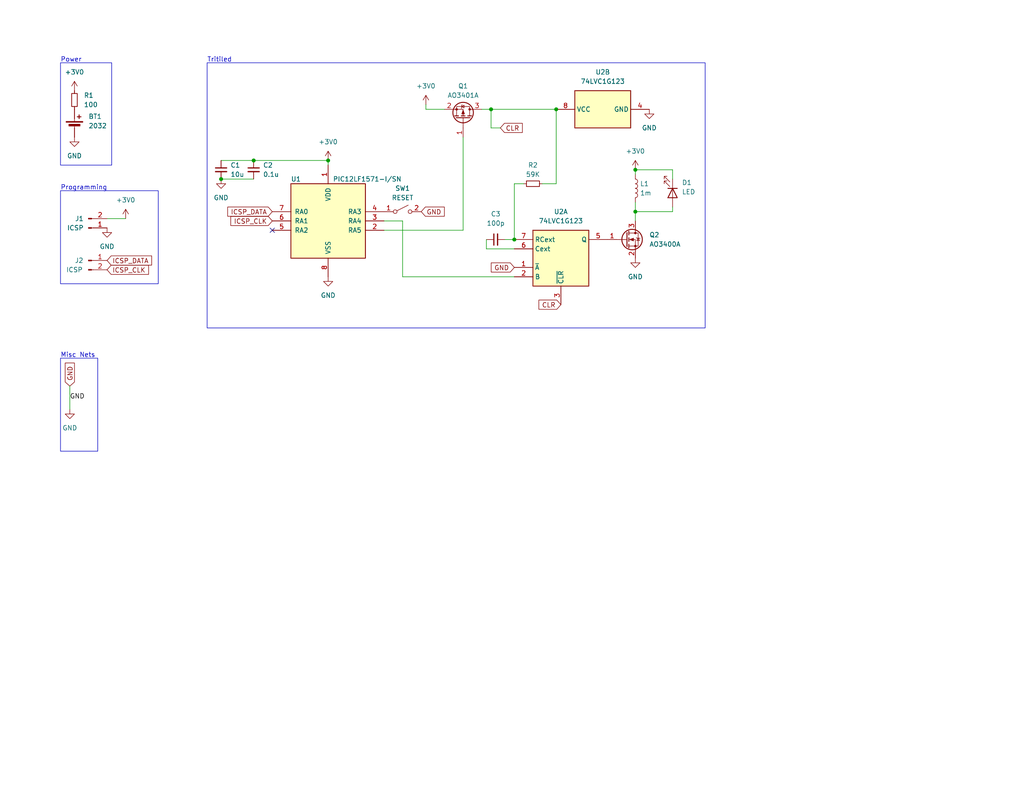
<source format=kicad_sch>
(kicad_sch (version 20230121) (generator eeschema)
  (paper "USLetter")
  (title_block (title "KITRITILED") (comment 1 "https://github.com/tedyapo/tritiled") (comment 2 "Based on Ted Yapo's Tritiled"))
  (lib_symbols
    (symbol "74xGxx:74LVC1G123"
      (property "Reference" "U" (at -5.08 8.89 0))
      (property "Value" "74LVC1G123" (at 3.81 8.89 0))
      (symbol "74LVC1G123_1_1"
        (rectangle (start -7.62 7.62) (end 7.62 -7.62) (stroke (width 0.254)) (fill (type background)))
        (pin input line (at -12.7 -2.54 0) (length 5.08) (name "~{A}") (number "1"))
        (pin input line (at -12.7 -5.08 0) (length 5.08) (name "B") (number "2"))
        (pin input line (at 0 -12.7 90) (length 5.08) (name "~{CLR}") (number "3"))
        (pin output line (at 12.7 5.08 180) (length 5.08) (name "Q") (number "5"))
        (pin input line (at -12.7 2.54 0) (length 5.08) (name "Cext") (number "6"))
        (pin input line (at -12.7 5.08 0) (length 5.08) (name "RCext") (number "7"))
      )
      (symbol "74LVC1G123_2_1"
        (rectangle (start -5.08 7.62) (end 5.08 -7.62) (stroke (width 0.254)) (fill (type background)))
        (pin power_in line (at 0 -12.7 90) (length 5.08) (name "GND") (number "4"))
        (pin power_in line (at 0 12.7 270) (length 5.08) (name "VCC") (number "8"))
      )
    )
    (symbol "Connector:Conn_01x02_Pin" (pin_names (offset 1.016) hide)
      (property "Reference" "J" (at 0 2.54 0))
      (property "Value" "Conn_01x02_Pin" (at 0 -5.08 0))
      (symbol "Conn_01x02_Pin_1_1"
        (polyline (pts (xy 1.27 -2.54) (xy 0.8636 -2.54)) (stroke (width 0.1524)))
        (polyline (pts (xy 1.27 0) (xy 0.8636 0)) (stroke (width 0.1524)))
        (rectangle (start 0.8636 -2.413) (end 0 -2.667) (stroke (width 0.1524)) (fill (type outline)))
        (rectangle (start 0.8636 0.127) (end 0 -0.127) (stroke (width 0.1524)) (fill (type outline)))
        (pin passive line (at 5.08 0 180) (length 3.81) (name "Pin_1") (number "1"))
        (pin passive line (at 5.08 -2.54 180) (length 3.81) (name "Pin_2") (number "2"))
      )
    )
    (symbol "Device:Battery_Cell" (pin_numbers hide) (pin_names (offset 0) hide)
      (property "Reference" "BT" (at 2.54 2.54 0))
      (property "Value" "Battery_Cell" (at 2.54 0 0))
      (symbol "Battery_Cell_0_1"
        (rectangle (start -2.286 1.778) (end 2.286 1.524) (fill (type outline)))
        (rectangle (start -1.524 1.016) (end 1.524 0.508) (fill (type outline)))
        (polyline (pts (xy 0 0.762) (xy 0 0)))
        (polyline (pts (xy 0 1.778) (xy 0 2.54)))
        (polyline (pts (xy 0.762 3.048) (xy 1.778 3.048)) (stroke (width 0.254)))
        (polyline (pts (xy 1.27 3.556) (xy 1.27 2.54)) (stroke (width 0.254)))
      )
      (symbol "Battery_Cell_1_1"
        (pin passive line (at 0 5.08 270) (length 2.54) (name "+") (number "1"))
        (pin passive line (at 0 -2.54 90) (length 2.54) (name "-") (number "2"))
      )
    )
    (symbol "Device:C_Small" (pin_numbers hide) (pin_names (offset 0.254) hide)
      (property "Reference" "C" (at 0.254 1.778 0))
      (property "Value" "C_Small" (at 0.254 -2.032 0))
      (symbol "C_Small_0_1"
        (polyline (pts (xy -1.524 -0.508) (xy 1.524 -0.508)) (stroke (width 0.3302)))
        (polyline (pts (xy -1.524 0.508) (xy 1.524 0.508)) (stroke (width 0.3048)))
      )
      (symbol "C_Small_1_1"
        (pin passive line (at 0 2.54 270) (length 2.032) (name "~") (number "1"))
        (pin passive line (at 0 -2.54 90) (length 2.032) (name "~") (number "2"))
      )
    )
    (symbol "Device:L" (pin_numbers hide) (pin_names (offset 1.016) hide)
      (property "Reference" "L" (at -1.27 0 90))
      (property "Value" "L" (at 1.905 0 90))
      (symbol "L_0_1"
        (arc (start 0 -2.54) (mid 0.6323 -1.905) (end 0 -1.27))
        (arc (start 0 -1.27) (mid 0.6323 -0.635) (end 0 0))
        (arc (start 0 0) (mid 0.6323 0.635) (end 0 1.27))
        (arc (start 0 1.27) (mid 0.6323 1.905) (end 0 2.54))
      )
      (symbol "L_1_1"
        (pin passive line (at 0 3.81 270) (length 1.27) (name "1") (number "1"))
        (pin passive line (at 0 -3.81 90) (length 1.27) (name "2") (number "2"))
      )
    )
    (symbol "Device:LED" (pin_numbers hide) (pin_names (offset 1.016) hide)
      (property "Reference" "D" (at 0 2.54 0))
      (property "Value" "LED" (at 0 -2.54 0))
      (symbol "LED_0_1"
        (polyline (pts (xy -1.27 -1.27) (xy -1.27 1.27)) (stroke (width 0.254)))
        (polyline (pts (xy -1.27 0) (xy 1.27 0)))
        (polyline (pts (xy 1.27 -1.27) (xy 1.27 1.27) (xy -1.27 0) (xy 1.27 -1.27)) (stroke (width 0.254)))
        (polyline (pts (xy -3.048 -0.762) (xy -4.572 -2.286) (xy -3.81 -2.286) (xy -4.572 -2.286) (xy -4.572 -1.524)))
        (polyline (pts (xy -1.778 -0.762) (xy -3.302 -2.286) (xy -2.54 -2.286) (xy -3.302 -2.286) (xy -3.302 -1.524)))
      )
      (symbol "LED_1_1"
        (pin passive line (at -3.81 0 0) (length 2.54) (name "K") (number "1"))
        (pin passive line (at 3.81 0 180) (length 2.54) (name "A") (number "2"))
      )
    )
    (symbol "Device:R_Small" (pin_numbers hide) (pin_names (offset 0.254) hide)
      (property "Reference" "R" (at 0.762 0.508 0))
      (property "Value" "R_Small" (at 0.762 -1.016 0))
      (symbol "R_Small_0_1"
        (rectangle (start -0.762 1.778) (end 0.762 -1.778) (stroke (width 0.2032)))
      )
      (symbol "R_Small_1_1"
        (pin passive line (at 0 2.54 270) (length 0.762) (name "~") (number "1"))
        (pin passive line (at 0 -2.54 90) (length 0.762) (name "~") (number "2"))
      )
    )
    (symbol "MCU_Microchip_PIC12:PIC12LF1501-IMS" (pin_names (offset 1.016))
      (property "Reference" "U" (at 1.27 13.97 0))
      (property "Value" "PIC12LF1501-IMS" (at 1.27 11.43 0))
      (symbol "PIC12LF1501-IMS_0_1"
        (rectangle (start 10.16 -10.16) (end -10.16 10.16) (stroke (width 0.254)) (fill (type background)))
      )
      (symbol "PIC12LF1501-IMS_1_1"
        (pin power_in line (at 0 15.24 270) (length 5.08) (name "VDD") (number "1"))
        (pin bidirectional line (at 15.24 -2.54 180) (length 5.08) (name "RA5") (number "2"))
        (pin bidirectional line (at 15.24 0 180) (length 5.08) (name "RA4") (number "3"))
        (pin input line (at 15.24 2.54 180) (length 5.08) (name "RA3") (number "4"))
        (pin bidirectional line (at -15.24 -2.54 0) (length 5.08) (name "RA2") (number "5"))
        (pin bidirectional line (at -15.24 0 0) (length 5.08) (name "RA1") (number "6"))
        (pin bidirectional line (at -15.24 2.54 0) (length 5.08) (name "RA0") (number "7"))
        (pin power_in line (at 0 -15.24 90) (length 5.08) (name "VSS") (number "8"))
      )
    )
    (symbol "Switch:SW_SPST" (pin_names (offset 0) hide)
      (property "Reference" "SW" (at 0 3.175 0))
      (property "Value" "SW_SPST" (at 0 -2.54 0))
      (symbol "SW_SPST_0_0"
        (circle (center -2.032 0) (radius 0.508))
        (polyline (pts (xy -1.524 0.254) (xy 1.524 1.778)))
        (circle (center 2.032 0) (radius 0.508))
      )
      (symbol "SW_SPST_1_1"
        (pin passive line (at -5.08 0 0) (length 2.54) (name "A") (number "1"))
        (pin passive line (at 5.08 0 180) (length 2.54) (name "B") (number "2"))
      )
    )
    (symbol "Transistor_FET:AO3400A" (pin_names hide)
      (property "Reference" "Q" (at 5.08 1.905 0))
      (property "Value" "AO3400A" (at 5.08 0 0))
      (symbol "AO3400A_0_1"
        (polyline (pts (xy 0.254 0) (xy -2.54 0)))
        (polyline (pts (xy 0.254 1.905) (xy 0.254 -1.905)) (stroke (width 0.254)))
        (polyline (pts (xy 0.762 -1.27) (xy 0.762 -2.286)) (stroke (width 0.254)))
        (polyline (pts (xy 0.762 0.508) (xy 0.762 -0.508)) (stroke (width 0.254)))
        (polyline (pts (xy 0.762 2.286) (xy 0.762 1.27)) (stroke (width 0.254)))
        (polyline (pts (xy 2.54 2.54) (xy 2.54 1.778)))
        (polyline (pts (xy 2.54 -2.54) (xy 2.54 0) (xy 0.762 0)))
        (polyline (pts (xy 0.762 -1.778) (xy 3.302 -1.778) (xy 3.302 1.778) (xy 0.762 1.778)))
        (polyline (pts (xy 1.016 0) (xy 2.032 0.381) (xy 2.032 -0.381) (xy 1.016 0)) (fill (type outline)))
        (polyline (pts (xy 2.794 0.508) (xy 2.921 0.381) (xy 3.683 0.381) (xy 3.81 0.254)))
        (polyline (pts (xy 3.302 0.381) (xy 2.921 -0.254) (xy 3.683 -0.254) (xy 3.302 0.381)))
        (circle (center 1.651 0) (radius 2.794) (stroke (width 0.254)))
        (circle (center 2.54 -1.778) (radius 0.254) (fill (type outline)))
        (circle (center 2.54 1.778) (radius 0.254) (fill (type outline)))
      )
      (symbol "AO3400A_1_1"
        (pin input line (at -5.08 0 0) (length 2.54) (name "G") (number "1"))
        (pin passive line (at 2.54 -5.08 90) (length 2.54) (name "S") (number "2"))
        (pin passive line (at 2.54 5.08 270) (length 2.54) (name "D") (number "3"))
      )
    )
    (symbol "Transistor_FET:AO3401A" (pin_names hide)
      (property "Reference" "Q" (at 5.08 1.905 0))
      (property "Value" "AO3401A" (at 5.08 0 0))
      (symbol "AO3401A_0_1"
        (polyline (pts (xy 0.254 0) (xy -2.54 0)))
        (polyline (pts (xy 0.254 1.905) (xy 0.254 -1.905)) (stroke (width 0.254)))
        (polyline (pts (xy 0.762 -1.27) (xy 0.762 -2.286)) (stroke (width 0.254)))
        (polyline (pts (xy 0.762 0.508) (xy 0.762 -0.508)) (stroke (width 0.254)))
        (polyline (pts (xy 0.762 2.286) (xy 0.762 1.27)) (stroke (width 0.254)))
        (polyline (pts (xy 2.54 2.54) (xy 2.54 1.778)))
        (polyline (pts (xy 2.54 -2.54) (xy 2.54 0) (xy 0.762 0)))
        (polyline (pts (xy 0.762 1.778) (xy 3.302 1.778) (xy 3.302 -1.778) (xy 0.762 -1.778)))
        (polyline (pts (xy 2.286 0) (xy 1.27 0.381) (xy 1.27 -0.381) (xy 2.286 0)) (fill (type outline)))
        (polyline (pts (xy 2.794 -0.508) (xy 2.921 -0.381) (xy 3.683 -0.381) (xy 3.81 -0.254)))
        (polyline (pts (xy 3.302 -0.381) (xy 2.921 0.254) (xy 3.683 0.254) (xy 3.302 -0.381)))
        (circle (center 1.651 0) (radius 2.794) (stroke (width 0.254)))
        (circle (center 2.54 -1.778) (radius 0.254) (fill (type outline)))
        (circle (center 2.54 1.778) (radius 0.254) (fill (type outline)))
      )
      (symbol "AO3401A_1_1"
        (pin input line (at -5.08 0 0) (length 2.54) (name "G") (number "1"))
        (pin passive line (at 2.54 -5.08 90) (length 2.54) (name "S") (number "2"))
        (pin passive line (at 2.54 5.08 270) (length 2.54) (name "D") (number "3"))
      )
    )
    (symbol "power:+3V0" (power) (pin_names (offset 0))
      (property "Value" "+3V0" (at 0 3.556 0))
      (symbol "+3V0_0_1"
        (polyline (pts (xy -0.762 1.27) (xy 0 2.54)))
        (polyline (pts (xy 0 0) (xy 0 2.54)))
        (polyline (pts (xy 0 2.54) (xy 0.762 1.27)))
      )
      (symbol "+3V0_1_1"
        (pin power_in line (at 0 0 90) (length 0) hide (name "+3V0") (number "1"))
      )
    )
    (symbol "power:GND" (power) (pin_names (offset 0))
      (property "Value" "GND" (at 0 -3.81 0))
      (symbol "GND_0_1"
        (polyline (pts (xy 0 0) (xy 0 -1.27) (xy 1.27 -1.27) (xy 0 -2.54) (xy -1.27 -1.27) (xy 0 -1.27)))
      )
      (symbol "GND_1_1"
        (pin power_in line (at 0 0 270) (length 0) hide (name "GND") (number "1"))
      )
    )
  )
  (junction (at 60.325 48.895))
  (junction (at 140.335 65.405))
  (junction (at 133.985 29.845))
  (junction (at 173.355 57.785))
  (junction (at 173.355 46.355))
  (junction (at 89.535 43.815))
  (junction (at 69.215 43.815))
  (junction (at 151.765 29.845))
  (no_connect (at 74.295 62.865))
  (wire (pts (xy 121.285 29.845) (xy 116.205 29.845)))
  (wire (pts (xy 109.855 60.325) (xy 109.855 75.565)))
  (wire (pts (xy 69.215 43.815) (xy 89.535 43.815)))
  (wire (pts (xy 173.355 46.355) (xy 173.355 47.625)))
  (wire (pts (xy 131.445 29.845) (xy 133.985 29.845)))
  (wire (pts (xy 19.05 105.41) (xy 19.05 111.76)))
  (wire (pts (xy 137.795 65.405) (xy 140.335 65.405)))
  (wire (pts (xy 133.985 29.845) (xy 133.985 34.925)))
  (wire (pts (xy 104.775 62.865) (xy 126.365 62.865)))
  (wire (pts (xy 173.355 57.785) (xy 173.355 60.325)))
  (wire (pts (xy 116.205 29.845) (xy 116.205 28.575)))
  (wire (pts (xy 126.365 37.465) (xy 126.365 62.865)))
  (wire (pts (xy 173.355 55.245) (xy 173.355 57.785)))
  (wire (pts (xy 140.335 67.945) (xy 132.715 67.945)))
  (wire (pts (xy 29.21 59.69) (xy 34.29 59.69)))
  (wire (pts (xy 60.325 48.895) (xy 69.215 48.895)))
  (wire (pts (xy 104.775 60.325) (xy 109.855 60.325)))
  (wire (pts (xy 183.515 46.355) (xy 173.355 46.355)))
  (wire (pts (xy 140.335 50.165) (xy 142.875 50.165)))
  (wire (pts (xy 183.515 57.785) (xy 183.515 56.515)))
  (wire (pts (xy 109.855 75.565) (xy 140.335 75.565)))
  (wire (pts (xy 151.765 50.165) (xy 151.765 29.845)))
  (wire (pts (xy 140.335 50.165) (xy 140.335 65.405)))
  (wire (pts (xy 173.355 57.785) (xy 183.515 57.785)))
  (wire (pts (xy 133.985 29.845) (xy 151.765 29.845)))
  (wire (pts (xy 133.985 34.925) (xy 136.525 34.925)))
  (wire (pts (xy 60.325 43.815) (xy 69.215 43.815)))
  (wire (pts (xy 147.955 50.165) (xy 151.765 50.165)))
  (wire (pts (xy 183.515 48.895) (xy 183.515 46.355)))
  (wire (pts (xy 132.715 67.945) (xy 132.715 65.405)))
  (wire (pts (xy 89.535 43.815) (xy 89.535 45.085)))
  (rectangle (start 56.515 17.145) (end 192.405 89.535))
  (rectangle (start 16.51 17.145) (end 30.48 45.085))
  (rectangle (start 16.51 97.79) (end 26.67 123.19))
  (rectangle (start 16.51 52.07) (end 43.18 77.47))
  (text "Tritiled" (at 56.515 17.145 0) (effects (font (size 1.27 1.27)) (justify left bottom)))
  (text "Programming" (at 16.51 52.07 0) (effects (font (size 1.27 1.27)) (justify left bottom)))
  (text "Misc Nets" (at 16.51 97.79 0) (effects (font (size 1.27 1.27)) (justify left bottom)))
  (text "Power" (at 16.51 17.145 0) (effects (font (size 1.27 1.27)) (justify left bottom)))
  (label "GND" (at 19.05 109.22 0))
  (global_label "ICSP_DATA" (shape input) (at 74.295 57.785 180) (property "Intersheetrefs" "${INTERSHEET_REFS}" (effects hide)))
  (global_label "GND" (shape input) (at 140.335 73.025 180) (property "Intersheetrefs" "${INTERSHEET_REFS}" (effects hide)))
  (global_label "CLR" (shape input) (at 153.035 83.185 180) (property "Intersheetrefs" "${INTERSHEET_REFS}" (effects hide)))
  (global_label "GND" (shape input) (at 19.05 105.41 90) (property "Intersheetrefs" "${INTERSHEET_REFS}" (effects hide)))
  (global_label "ICSP_DATA" (shape input) (at 29.21 71.12 0) (property "Intersheetrefs" "${INTERSHEET_REFS}" (effects hide)))
  (global_label "ICSP_CLK" (shape input) (at 29.21 73.66 0) (property "Intersheetrefs" "${INTERSHEET_REFS}" (effects hide)))
  (global_label "ICSP_CLK" (shape input) (at 74.295 60.325 180) (property "Intersheetrefs" "${INTERSHEET_REFS}" (effects hide)))
  (global_label "CLR" (shape input) (at 136.525 34.925 0) (property "Intersheetrefs" "${INTERSHEET_REFS}" (effects hide)))
  (global_label "GND" (shape input) (at 114.935 57.785 0) (property "Intersheetrefs" "${INTERSHEET_REFS}" (effects hide)))
  (symbol (lib_id "Device:Battery_Cell") (at 20.32 34.925 0) (unit 1)
    (property "Reference" "BT1" (at 24.13 31.8135 0) (effects (justify left)))
    (property "Value" "2032" (at 24.13 34.3535 0) (effects (justify left)))
    (property "Footprint" "Battery:BatteryHolder_LINX_BAT-HLD-012-SMT" (effects hide))
  )
  (symbol (lib_id "74xGxx:74LVC1G123") (at 164.465 29.845 90) (unit 2)
    (property "Reference" "U2" (at 164.465 19.685 90))
    (property "Value" "74LVC1G123" (at 164.465 22.225 90))
    (property "Footprint" "Package_SO:TSSOP-8_3x3mm_P0.65mm" (effects hide))
    (property "Datasheet" "http://www.ti.com/lit/ds/symlink/sn74lvc1g123.pdf" (effects hide))
    (property "LCSC" "C513291" (effects hide))
  )
  (symbol (lib_id "power:GND") (at 29.21 62.23 0) (unit 1)
    (property "Reference" "#PWR07" (effects hide))
    (property "Value" "GND" (at 29.21 67.31 0))
  )
  (symbol (lib_id "Connector:Conn_01x02_Pin") (at 24.13 71.12 0) (unit 1) (in_bom no)
    (property "Reference" "J2" (at 21.59 71.12 0))
    (property "Value" "ICSP" (at 20.32 73.66 0))
    (property "Footprint" "Connector_PinHeader_2.54mm:PinHeader_1x02_P2.54mm_Vertical" (effects hide))
  )
  (symbol (lib_id "power:+3V0") (at 89.535 43.815 0) (unit 1)
    (property "Reference" "#PWR08" (effects hide))
    (property "Value" "+3V0" (at 89.535 38.735 0))
  )
  (symbol (lib_id "Device:R_Small") (at 145.415 50.165 90) (unit 1)
    (property "Reference" "R2" (at 145.415 45.085 90))
    (property "Value" "59K" (at 145.415 47.625 90))
    (property "Footprint" "Resistor_SMD:R_0402_1005Metric" (effects hide))
    (property "LCSC" "C321568" (effects hide))
  )
  (symbol (lib_id "Device:LED") (at 183.515 52.705 270) (unit 1)
    (property "Reference" "D1" (at 186.055 49.8475 90) (effects (justify left)))
    (property "Value" "LED" (at 186.055 52.3875 90) (effects (justify left)))
    (property "Footprint" "LED_SMD:LED_Cree-XP" (effects hide))
    (property "DIGIKEY" "XPEBGR-L1-0000-00F02" (effects hide))
    (property "LCSC" "C9900060949" (effects hide))
  )
  (symbol (lib_id "Transistor_FET:AO3401A") (at 126.365 32.385 270) (mirror x) (unit 1)
    (property "Reference" "Q1" (at 126.365 23.495 90))
    (property "Value" "AO3401A" (at 126.365 26.035 90))
    (property "Footprint" "Package_TO_SOT_SMD:SOT-23" (effects hide))
    (property "Datasheet" "http://www.aosmd.com/pdfs/datasheet/AO3401A.pdf" (effects hide))
    (property "LCSC" "C15127" (effects hide))
  )
  (symbol (lib_id "Connector:Conn_01x02_Pin") (at 24.13 62.23 0) (mirror x) (unit 1) (in_bom no)
    (property "Reference" "J1" (at 22.86 59.69 0) (effects (justify right)))
    (property "Value" "ICSP" (at 22.86 62.23 0) (effects (justify right)))
    (property "Footprint" "Connector_PinHeader_2.54mm:PinHeader_1x02_P2.54mm_Vertical" (effects hide))
  )
  (symbol (lib_id "power:+3V0") (at 173.355 46.355 0) (unit 1)
    (property "Reference" "#PWR013" (effects hide))
    (property "Value" "+3V0" (at 173.355 41.275 0))
  )
  (symbol (lib_id "power:+3V0") (at 34.29 59.69 0) (unit 1)
    (property "Reference" "#PWR03" (effects hide))
    (property "Value" "+3V0" (at 34.29 54.61 0))
  )
  (symbol (lib_id "power:GND") (at 60.325 48.895 0) (unit 1)
    (property "Reference" "#PWR05" (effects hide))
    (property "Value" "GND" (at 60.325 53.975 0))
  )
  (symbol (lib_id "power:GND") (at 19.05 111.76 0) (unit 1)
    (property "Reference" "#PWR09" (effects hide))
    (property "Value" "GND" (at 19.05 116.84 0))
  )
  (symbol (lib_id "power:GND") (at 20.32 37.465 0) (unit 1)
    (property "Reference" "#PWR06" (effects hide))
    (property "Value" "GND" (at 20.32 42.545 0))
  )
  (symbol (lib_id "Transistor_FET:AO3400A") (at 170.815 65.405 0) (unit 1)
    (property "Reference" "Q2" (at 177.165 64.135 0) (effects (justify left)))
    (property "Value" "AO3400A" (at 177.165 66.675 0) (effects (justify left)))
    (property "Footprint" "Package_TO_SOT_SMD:SOT-23" (effects hide))
    (property "Datasheet" "http://www.aosmd.com/pdfs/datasheet/AO3400A.pdf" (effects hide))
    (property "LCSC" "C20917" (effects hide))
  )
  (symbol (lib_id "power:+3V0") (at 116.205 28.575 0) (unit 1)
    (property "Reference" "#PWR010" (effects hide))
    (property "Value" "+3V0" (at 116.205 23.495 0))
  )
  (symbol (lib_id "74xGxx:74LVC1G123") (at 153.035 70.485 0) (unit 1)
    (property "Reference" "U2" (at 153.035 57.785 0))
    (property "Value" "74LVC1G123" (at 153.035 60.325 0))
    (property "Footprint" "Package_SO:TSSOP-8_3x3mm_P0.65mm" (effects hide))
    (property "Datasheet" "http://www.ti.com/lit/ds/symlink/sn74lvc1g123.pdf" (effects hide))
    (property "LCSC" "C513291" (effects hide))
  )
  (symbol (lib_id "Device:C_Small") (at 135.255 65.405 90) (unit 1)
    (property "Reference" "C3" (at 135.2613 58.42 90))
    (property "Value" "100p" (at 135.2613 60.96 90))
    (property "Footprint" "Capacitor_SMD:C_0603_1608Metric" (effects hide))
    (property "LCSC" "C14858" (effects hide))
  )
  (symbol (lib_id "Device:C_Small") (at 60.325 46.355 0) (unit 1)
    (property "Reference" "C1" (at 62.865 45.0913 0) (effects (justify left)))
    (property "Value" "10u" (at 62.865 47.6313 0) (effects (justify left)))
    (property "Footprint" "Capacitor_SMD:C_0603_1608Metric" (effects hide))
    (property "LCSC" "C96446" (effects hide))
  )
  (symbol (lib_id "power:GND") (at 177.165 29.845 0) (unit 1)
    (property "Reference" "#PWR012" (effects hide))
    (property "Value" "GND" (at 177.165 34.925 0))
  )
  (symbol (lib_id "Device:C_Small") (at 69.215 46.355 0) (unit 1)
    (property "Reference" "C2" (at 71.755 45.0913 0) (effects (justify left)))
    (property "Value" "0.1u" (at 71.755 47.6313 0) (effects (justify left)))
    (property "Footprint" "Capacitor_SMD:C_0603_1608Metric" (effects hide))
    (property "LCSC" "C14663" (effects hide))
  )
  (symbol (lib_id "power:+3V0") (at 20.32 24.765 0) (unit 1)
    (property "Reference" "#PWR01" (effects hide))
    (property "Value" "+3V0" (at 20.32 19.685 0))
  )
  (symbol (lib_id "Device:L") (at 173.355 51.435 0) (unit 1)
    (property "Reference" "L1" (at 174.625 50.165 0) (effects (justify left)))
    (property "Value" "1m" (at 174.625 52.705 0) (effects (justify left)))
    (property "Footprint" "Inductor_SMD:L_Sunlord_SWPA6028S" (effects hide))
    (property "LCSC" "C133757" (effects hide))
  )
  (symbol (lib_id "power:GND") (at 89.535 75.565 0) (unit 1)
    (property "Reference" "#PWR04" (effects hide))
    (property "Value" "GND" (at 89.535 80.645 0))
  )
  (symbol (lib_id "power:GND") (at 173.355 70.485 0) (unit 1)
    (property "Reference" "#PWR011" (effects hide))
    (property "Value" "GND" (at 173.355 75.565 0))
  )
  (symbol (lib_id "MCU_Microchip_PIC12:PIC12LF1501-IMS") (at 89.535 60.325 0) (unit 1)
    (property "Reference" "U1" (at 79.375 48.895 0) (effects (justify left)))
    (property "Value" "PIC12LF1571-I/SN" (at 90.805 48.895 0) (effects (justify left)))
    (property "Footprint" "Package_SO:SOIC-8_3.9x4.9mm_P1.27mm" (effects hide))
    (property "Datasheet" "http://ww1.microchip.com/downloads/en/DeviceDoc/41615A.pdf" (effects hide))
    (property "LCSC" "C1337248" (effects hide))
  )
  (symbol (lib_id "Switch:SW_SPST") (at 109.855 57.785 0) (unit 1)
    (property "Reference" "SW1" (at 109.855 51.435 0))
    (property "Value" "RESET" (at 109.855 53.975 0))
    (property "Footprint" "Button_Switch_SMD:SW_Push_1P1T_XKB_TS-1187A" (effects hide))
    (property "LCSC" "C318884" (effects hide))
  )
  (symbol (lib_id "Device:R_Small") (at 20.32 27.305 0) (unit 1)
    (property "Reference" "R1" (at 22.86 26.035 0) (effects (justify left)))
    (property "Value" "100" (at 22.86 28.575 0) (effects (justify left)))
    (property "Footprint" "Resistor_SMD:R_0402_1005Metric" (effects hide))
    (property "LCSC" "C25076" (effects hide))
  )
)
</source>
